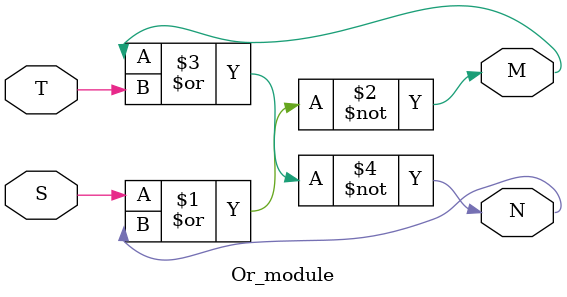
<source format=sv>
`timescale 1ns / 1ps

module Or_module(input S,input T,output M,output N);
    //assign output logic gates 
    assign M = ~(S | N);
    assign N = ~(M | T);
endmodule

</source>
